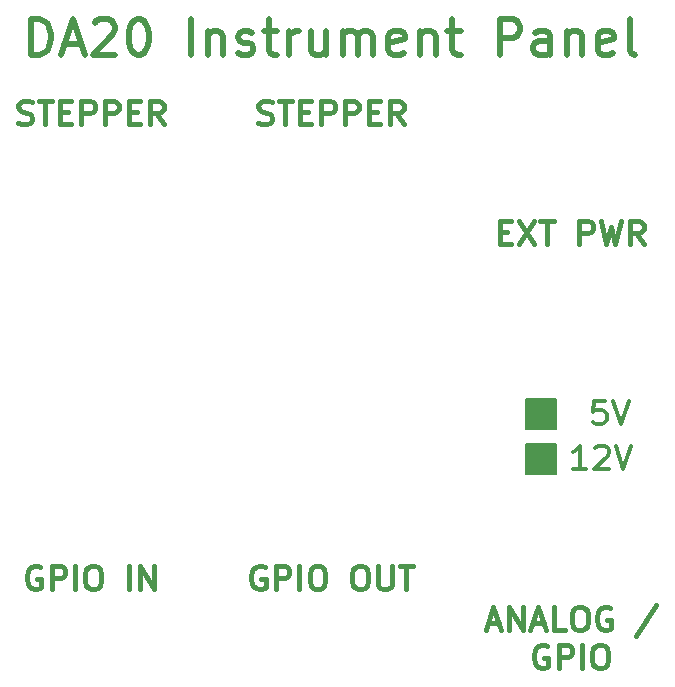
<source format=gto>
G04 #@! TF.GenerationSoftware,KiCad,Pcbnew,(6.0.9-0)*
G04 #@! TF.CreationDate,2023-02-07T08:35:36+01:00*
G04 #@! TF.ProjectId,fp_da20_panel,66705f64-6132-4305-9f70-616e656c2e6b,A*
G04 #@! TF.SameCoordinates,Original*
G04 #@! TF.FileFunction,Legend,Top*
G04 #@! TF.FilePolarity,Positive*
%FSLAX46Y46*%
G04 Gerber Fmt 4.6, Leading zero omitted, Abs format (unit mm)*
G04 Created by KiCad (PCBNEW (6.0.9-0)) date 2023-02-07 08:35:36*
%MOMM*%
%LPD*%
G01*
G04 APERTURE LIST*
%ADD10C,0.150000*%
%ADD11C,0.300000*%
%ADD12C,0.500000*%
%ADD13C,0.400000*%
%ADD14C,5.600000*%
%ADD15C,5.000000*%
G04 APERTURE END LIST*
D10*
X102870000Y-81280000D02*
X105410000Y-81280000D01*
X105410000Y-81280000D02*
X105410000Y-83820000D01*
X105410000Y-83820000D02*
X102870000Y-83820000D01*
X102870000Y-83820000D02*
X102870000Y-81280000D01*
G36*
X102870000Y-81280000D02*
G01*
X105410000Y-81280000D01*
X105410000Y-83820000D01*
X102870000Y-83820000D01*
X102870000Y-81280000D01*
G37*
X102870000Y-77470000D02*
X105410000Y-77470000D01*
X105410000Y-77470000D02*
X105410000Y-80010000D01*
X105410000Y-80010000D02*
X102870000Y-80010000D01*
X102870000Y-80010000D02*
X102870000Y-77470000D01*
G36*
X102870000Y-77470000D02*
G01*
X105410000Y-77470000D01*
X105410000Y-80010000D01*
X102870000Y-80010000D01*
X102870000Y-77470000D01*
G37*
D11*
X107981904Y-83454761D02*
X106839047Y-83454761D01*
X107410476Y-83454761D02*
X107410476Y-81454761D01*
X107220000Y-81740476D01*
X107029523Y-81930952D01*
X106839047Y-82026190D01*
X108743809Y-81645238D02*
X108839047Y-81550000D01*
X109029523Y-81454761D01*
X109505714Y-81454761D01*
X109696190Y-81550000D01*
X109791428Y-81645238D01*
X109886666Y-81835714D01*
X109886666Y-82026190D01*
X109791428Y-82311904D01*
X108648571Y-83454761D01*
X109886666Y-83454761D01*
X110458095Y-81454761D02*
X111124761Y-83454761D01*
X111791428Y-81454761D01*
D12*
X60931428Y-48347142D02*
X60931428Y-45347142D01*
X61645714Y-45347142D01*
X62074285Y-45490000D01*
X62359999Y-45775714D01*
X62502857Y-46061428D01*
X62645714Y-46632857D01*
X62645714Y-47061428D01*
X62502857Y-47632857D01*
X62359999Y-47918571D01*
X62074285Y-48204285D01*
X61645714Y-48347142D01*
X60931428Y-48347142D01*
X63788571Y-47490000D02*
X65217142Y-47490000D01*
X63502857Y-48347142D02*
X64502857Y-45347142D01*
X65502857Y-48347142D01*
X66359999Y-45632857D02*
X66502857Y-45490000D01*
X66788571Y-45347142D01*
X67502857Y-45347142D01*
X67788571Y-45490000D01*
X67931428Y-45632857D01*
X68074285Y-45918571D01*
X68074285Y-46204285D01*
X67931428Y-46632857D01*
X66217142Y-48347142D01*
X68074285Y-48347142D01*
X69931428Y-45347142D02*
X70217142Y-45347142D01*
X70502857Y-45490000D01*
X70645714Y-45632857D01*
X70788571Y-45918571D01*
X70931428Y-46490000D01*
X70931428Y-47204285D01*
X70788571Y-47775714D01*
X70645714Y-48061428D01*
X70502857Y-48204285D01*
X70217142Y-48347142D01*
X69931428Y-48347142D01*
X69645714Y-48204285D01*
X69502857Y-48061428D01*
X69360000Y-47775714D01*
X69217142Y-47204285D01*
X69217142Y-46490000D01*
X69360000Y-45918571D01*
X69502857Y-45632857D01*
X69645714Y-45490000D01*
X69931428Y-45347142D01*
X74502857Y-48347142D02*
X74502857Y-45347142D01*
X75931428Y-46347142D02*
X75931428Y-48347142D01*
X75931428Y-46632857D02*
X76074285Y-46490000D01*
X76360000Y-46347142D01*
X76788571Y-46347142D01*
X77074285Y-46490000D01*
X77217142Y-46775714D01*
X77217142Y-48347142D01*
X78502857Y-48204285D02*
X78788571Y-48347142D01*
X79360000Y-48347142D01*
X79645714Y-48204285D01*
X79788571Y-47918571D01*
X79788571Y-47775714D01*
X79645714Y-47490000D01*
X79360000Y-47347142D01*
X78931428Y-47347142D01*
X78645714Y-47204285D01*
X78502857Y-46918571D01*
X78502857Y-46775714D01*
X78645714Y-46490000D01*
X78931428Y-46347142D01*
X79360000Y-46347142D01*
X79645714Y-46490000D01*
X80645714Y-46347142D02*
X81788571Y-46347142D01*
X81074285Y-45347142D02*
X81074285Y-47918571D01*
X81217142Y-48204285D01*
X81502857Y-48347142D01*
X81788571Y-48347142D01*
X82788571Y-48347142D02*
X82788571Y-46347142D01*
X82788571Y-46918571D02*
X82931428Y-46632857D01*
X83074285Y-46490000D01*
X83360000Y-46347142D01*
X83645714Y-46347142D01*
X85931428Y-46347142D02*
X85931428Y-48347142D01*
X84645714Y-46347142D02*
X84645714Y-47918571D01*
X84788571Y-48204285D01*
X85074285Y-48347142D01*
X85502857Y-48347142D01*
X85788571Y-48204285D01*
X85931428Y-48061428D01*
X87359999Y-48347142D02*
X87359999Y-46347142D01*
X87359999Y-46632857D02*
X87502857Y-46490000D01*
X87788571Y-46347142D01*
X88217142Y-46347142D01*
X88502857Y-46490000D01*
X88645714Y-46775714D01*
X88645714Y-48347142D01*
X88645714Y-46775714D02*
X88788571Y-46490000D01*
X89074285Y-46347142D01*
X89502857Y-46347142D01*
X89788571Y-46490000D01*
X89931428Y-46775714D01*
X89931428Y-48347142D01*
X92502857Y-48204285D02*
X92217142Y-48347142D01*
X91645714Y-48347142D01*
X91359999Y-48204285D01*
X91217142Y-47918571D01*
X91217142Y-46775714D01*
X91359999Y-46490000D01*
X91645714Y-46347142D01*
X92217142Y-46347142D01*
X92502857Y-46490000D01*
X92645714Y-46775714D01*
X92645714Y-47061428D01*
X91217142Y-47347142D01*
X93931428Y-46347142D02*
X93931428Y-48347142D01*
X93931428Y-46632857D02*
X94074285Y-46490000D01*
X94360000Y-46347142D01*
X94788571Y-46347142D01*
X95074285Y-46490000D01*
X95217142Y-46775714D01*
X95217142Y-48347142D01*
X96217142Y-46347142D02*
X97359999Y-46347142D01*
X96645714Y-45347142D02*
X96645714Y-47918571D01*
X96788571Y-48204285D01*
X97074285Y-48347142D01*
X97359999Y-48347142D01*
X100645714Y-48347142D02*
X100645714Y-45347142D01*
X101788571Y-45347142D01*
X102074285Y-45490000D01*
X102217142Y-45632857D01*
X102359999Y-45918571D01*
X102359999Y-46347142D01*
X102217142Y-46632857D01*
X102074285Y-46775714D01*
X101788571Y-46918571D01*
X100645714Y-46918571D01*
X104931428Y-48347142D02*
X104931428Y-46775714D01*
X104788571Y-46490000D01*
X104502857Y-46347142D01*
X103931428Y-46347142D01*
X103645714Y-46490000D01*
X104931428Y-48204285D02*
X104645714Y-48347142D01*
X103931428Y-48347142D01*
X103645714Y-48204285D01*
X103502857Y-47918571D01*
X103502857Y-47632857D01*
X103645714Y-47347142D01*
X103931428Y-47204285D01*
X104645714Y-47204285D01*
X104931428Y-47061428D01*
X106360000Y-46347142D02*
X106360000Y-48347142D01*
X106360000Y-46632857D02*
X106502857Y-46490000D01*
X106788571Y-46347142D01*
X107217142Y-46347142D01*
X107502857Y-46490000D01*
X107645714Y-46775714D01*
X107645714Y-48347142D01*
X110217142Y-48204285D02*
X109931428Y-48347142D01*
X109360000Y-48347142D01*
X109074285Y-48204285D01*
X108931428Y-47918571D01*
X108931428Y-46775714D01*
X109074285Y-46490000D01*
X109360000Y-46347142D01*
X109931428Y-46347142D01*
X110217142Y-46490000D01*
X110360000Y-46775714D01*
X110360000Y-47061428D01*
X108931428Y-47347142D01*
X112074285Y-48347142D02*
X111788571Y-48204285D01*
X111645714Y-47918571D01*
X111645714Y-45347142D01*
D13*
X59897142Y-54149523D02*
X60182857Y-54244761D01*
X60659047Y-54244761D01*
X60849523Y-54149523D01*
X60944761Y-54054285D01*
X61040000Y-53863809D01*
X61040000Y-53673333D01*
X60944761Y-53482857D01*
X60849523Y-53387619D01*
X60659047Y-53292380D01*
X60278095Y-53197142D01*
X60087619Y-53101904D01*
X59992380Y-53006666D01*
X59897142Y-52816190D01*
X59897142Y-52625714D01*
X59992380Y-52435238D01*
X60087619Y-52340000D01*
X60278095Y-52244761D01*
X60754285Y-52244761D01*
X61040000Y-52340000D01*
X61611428Y-52244761D02*
X62754285Y-52244761D01*
X62182857Y-54244761D02*
X62182857Y-52244761D01*
X63420952Y-53197142D02*
X64087619Y-53197142D01*
X64373333Y-54244761D02*
X63420952Y-54244761D01*
X63420952Y-52244761D01*
X64373333Y-52244761D01*
X65230476Y-54244761D02*
X65230476Y-52244761D01*
X65992380Y-52244761D01*
X66182857Y-52340000D01*
X66278095Y-52435238D01*
X66373333Y-52625714D01*
X66373333Y-52911428D01*
X66278095Y-53101904D01*
X66182857Y-53197142D01*
X65992380Y-53292380D01*
X65230476Y-53292380D01*
X67230476Y-54244761D02*
X67230476Y-52244761D01*
X67992380Y-52244761D01*
X68182857Y-52340000D01*
X68278095Y-52435238D01*
X68373333Y-52625714D01*
X68373333Y-52911428D01*
X68278095Y-53101904D01*
X68182857Y-53197142D01*
X67992380Y-53292380D01*
X67230476Y-53292380D01*
X69230476Y-53197142D02*
X69897142Y-53197142D01*
X70182857Y-54244761D02*
X69230476Y-54244761D01*
X69230476Y-52244761D01*
X70182857Y-52244761D01*
X72182857Y-54244761D02*
X71516190Y-53292380D01*
X71040000Y-54244761D02*
X71040000Y-52244761D01*
X71801904Y-52244761D01*
X71992380Y-52340000D01*
X72087619Y-52435238D01*
X72182857Y-52625714D01*
X72182857Y-52911428D01*
X72087619Y-53101904D01*
X71992380Y-53197142D01*
X71801904Y-53292380D01*
X71040000Y-53292380D01*
X61754285Y-91710000D02*
X61563809Y-91614761D01*
X61278095Y-91614761D01*
X60992380Y-91710000D01*
X60801904Y-91900476D01*
X60706666Y-92090952D01*
X60611428Y-92471904D01*
X60611428Y-92757619D01*
X60706666Y-93138571D01*
X60801904Y-93329047D01*
X60992380Y-93519523D01*
X61278095Y-93614761D01*
X61468571Y-93614761D01*
X61754285Y-93519523D01*
X61849523Y-93424285D01*
X61849523Y-92757619D01*
X61468571Y-92757619D01*
X62706666Y-93614761D02*
X62706666Y-91614761D01*
X63468571Y-91614761D01*
X63659047Y-91710000D01*
X63754285Y-91805238D01*
X63849523Y-91995714D01*
X63849523Y-92281428D01*
X63754285Y-92471904D01*
X63659047Y-92567142D01*
X63468571Y-92662380D01*
X62706666Y-92662380D01*
X64706666Y-93614761D02*
X64706666Y-91614761D01*
X66040000Y-91614761D02*
X66420952Y-91614761D01*
X66611428Y-91710000D01*
X66801904Y-91900476D01*
X66897142Y-92281428D01*
X66897142Y-92948095D01*
X66801904Y-93329047D01*
X66611428Y-93519523D01*
X66420952Y-93614761D01*
X66040000Y-93614761D01*
X65849523Y-93519523D01*
X65659047Y-93329047D01*
X65563809Y-92948095D01*
X65563809Y-92281428D01*
X65659047Y-91900476D01*
X65849523Y-91710000D01*
X66040000Y-91614761D01*
X69278095Y-93614761D02*
X69278095Y-91614761D01*
X70230476Y-93614761D02*
X70230476Y-91614761D01*
X71373333Y-93614761D01*
X71373333Y-91614761D01*
D11*
X109600952Y-77644761D02*
X108648571Y-77644761D01*
X108553333Y-78597142D01*
X108648571Y-78501904D01*
X108839047Y-78406666D01*
X109315238Y-78406666D01*
X109505714Y-78501904D01*
X109600952Y-78597142D01*
X109696190Y-78787619D01*
X109696190Y-79263809D01*
X109600952Y-79454285D01*
X109505714Y-79549523D01*
X109315238Y-79644761D01*
X108839047Y-79644761D01*
X108648571Y-79549523D01*
X108553333Y-79454285D01*
X110267619Y-77644761D02*
X110934285Y-79644761D01*
X111600952Y-77644761D01*
D13*
X80740952Y-91710000D02*
X80550476Y-91614761D01*
X80264761Y-91614761D01*
X79979047Y-91710000D01*
X79788571Y-91900476D01*
X79693333Y-92090952D01*
X79598095Y-92471904D01*
X79598095Y-92757619D01*
X79693333Y-93138571D01*
X79788571Y-93329047D01*
X79979047Y-93519523D01*
X80264761Y-93614761D01*
X80455238Y-93614761D01*
X80740952Y-93519523D01*
X80836190Y-93424285D01*
X80836190Y-92757619D01*
X80455238Y-92757619D01*
X81693333Y-93614761D02*
X81693333Y-91614761D01*
X82455238Y-91614761D01*
X82645714Y-91710000D01*
X82740952Y-91805238D01*
X82836190Y-91995714D01*
X82836190Y-92281428D01*
X82740952Y-92471904D01*
X82645714Y-92567142D01*
X82455238Y-92662380D01*
X81693333Y-92662380D01*
X83693333Y-93614761D02*
X83693333Y-91614761D01*
X85026666Y-91614761D02*
X85407619Y-91614761D01*
X85598095Y-91710000D01*
X85788571Y-91900476D01*
X85883809Y-92281428D01*
X85883809Y-92948095D01*
X85788571Y-93329047D01*
X85598095Y-93519523D01*
X85407619Y-93614761D01*
X85026666Y-93614761D01*
X84836190Y-93519523D01*
X84645714Y-93329047D01*
X84550476Y-92948095D01*
X84550476Y-92281428D01*
X84645714Y-91900476D01*
X84836190Y-91710000D01*
X85026666Y-91614761D01*
X88645714Y-91614761D02*
X89026666Y-91614761D01*
X89217142Y-91710000D01*
X89407619Y-91900476D01*
X89502857Y-92281428D01*
X89502857Y-92948095D01*
X89407619Y-93329047D01*
X89217142Y-93519523D01*
X89026666Y-93614761D01*
X88645714Y-93614761D01*
X88455238Y-93519523D01*
X88264761Y-93329047D01*
X88169523Y-92948095D01*
X88169523Y-92281428D01*
X88264761Y-91900476D01*
X88455238Y-91710000D01*
X88645714Y-91614761D01*
X90360000Y-91614761D02*
X90360000Y-93233809D01*
X90455238Y-93424285D01*
X90550476Y-93519523D01*
X90740952Y-93614761D01*
X91121904Y-93614761D01*
X91312380Y-93519523D01*
X91407619Y-93424285D01*
X91502857Y-93233809D01*
X91502857Y-91614761D01*
X92169523Y-91614761D02*
X93312380Y-91614761D01*
X92740952Y-93614761D02*
X92740952Y-91614761D01*
X99632380Y-96513333D02*
X100584761Y-96513333D01*
X99441904Y-97084761D02*
X100108571Y-95084761D01*
X100775238Y-97084761D01*
X101441904Y-97084761D02*
X101441904Y-95084761D01*
X102584761Y-97084761D01*
X102584761Y-95084761D01*
X103441904Y-96513333D02*
X104394285Y-96513333D01*
X103251428Y-97084761D02*
X103918095Y-95084761D01*
X104584761Y-97084761D01*
X106203809Y-97084761D02*
X105251428Y-97084761D01*
X105251428Y-95084761D01*
X107251428Y-95084761D02*
X107632380Y-95084761D01*
X107822857Y-95180000D01*
X108013333Y-95370476D01*
X108108571Y-95751428D01*
X108108571Y-96418095D01*
X108013333Y-96799047D01*
X107822857Y-96989523D01*
X107632380Y-97084761D01*
X107251428Y-97084761D01*
X107060952Y-96989523D01*
X106870476Y-96799047D01*
X106775238Y-96418095D01*
X106775238Y-95751428D01*
X106870476Y-95370476D01*
X107060952Y-95180000D01*
X107251428Y-95084761D01*
X110013333Y-95180000D02*
X109822857Y-95084761D01*
X109537142Y-95084761D01*
X109251428Y-95180000D01*
X109060952Y-95370476D01*
X108965714Y-95560952D01*
X108870476Y-95941904D01*
X108870476Y-96227619D01*
X108965714Y-96608571D01*
X109060952Y-96799047D01*
X109251428Y-96989523D01*
X109537142Y-97084761D01*
X109727619Y-97084761D01*
X110013333Y-96989523D01*
X110108571Y-96894285D01*
X110108571Y-96227619D01*
X109727619Y-96227619D01*
X113918095Y-94989523D02*
X112203809Y-97560952D01*
X104680000Y-98400000D02*
X104489523Y-98304761D01*
X104203809Y-98304761D01*
X103918095Y-98400000D01*
X103727619Y-98590476D01*
X103632380Y-98780952D01*
X103537142Y-99161904D01*
X103537142Y-99447619D01*
X103632380Y-99828571D01*
X103727619Y-100019047D01*
X103918095Y-100209523D01*
X104203809Y-100304761D01*
X104394285Y-100304761D01*
X104680000Y-100209523D01*
X104775238Y-100114285D01*
X104775238Y-99447619D01*
X104394285Y-99447619D01*
X105632380Y-100304761D02*
X105632380Y-98304761D01*
X106394285Y-98304761D01*
X106584761Y-98400000D01*
X106680000Y-98495238D01*
X106775238Y-98685714D01*
X106775238Y-98971428D01*
X106680000Y-99161904D01*
X106584761Y-99257142D01*
X106394285Y-99352380D01*
X105632380Y-99352380D01*
X107632380Y-100304761D02*
X107632380Y-98304761D01*
X108965714Y-98304761D02*
X109346666Y-98304761D01*
X109537142Y-98400000D01*
X109727619Y-98590476D01*
X109822857Y-98971428D01*
X109822857Y-99638095D01*
X109727619Y-100019047D01*
X109537142Y-100209523D01*
X109346666Y-100304761D01*
X108965714Y-100304761D01*
X108775238Y-100209523D01*
X108584761Y-100019047D01*
X108489523Y-99638095D01*
X108489523Y-98971428D01*
X108584761Y-98590476D01*
X108775238Y-98400000D01*
X108965714Y-98304761D01*
X80217142Y-54149523D02*
X80502857Y-54244761D01*
X80979047Y-54244761D01*
X81169523Y-54149523D01*
X81264761Y-54054285D01*
X81360000Y-53863809D01*
X81360000Y-53673333D01*
X81264761Y-53482857D01*
X81169523Y-53387619D01*
X80979047Y-53292380D01*
X80598095Y-53197142D01*
X80407619Y-53101904D01*
X80312380Y-53006666D01*
X80217142Y-52816190D01*
X80217142Y-52625714D01*
X80312380Y-52435238D01*
X80407619Y-52340000D01*
X80598095Y-52244761D01*
X81074285Y-52244761D01*
X81360000Y-52340000D01*
X81931428Y-52244761D02*
X83074285Y-52244761D01*
X82502857Y-54244761D02*
X82502857Y-52244761D01*
X83740952Y-53197142D02*
X84407619Y-53197142D01*
X84693333Y-54244761D02*
X83740952Y-54244761D01*
X83740952Y-52244761D01*
X84693333Y-52244761D01*
X85550476Y-54244761D02*
X85550476Y-52244761D01*
X86312380Y-52244761D01*
X86502857Y-52340000D01*
X86598095Y-52435238D01*
X86693333Y-52625714D01*
X86693333Y-52911428D01*
X86598095Y-53101904D01*
X86502857Y-53197142D01*
X86312380Y-53292380D01*
X85550476Y-53292380D01*
X87550476Y-54244761D02*
X87550476Y-52244761D01*
X88312380Y-52244761D01*
X88502857Y-52340000D01*
X88598095Y-52435238D01*
X88693333Y-52625714D01*
X88693333Y-52911428D01*
X88598095Y-53101904D01*
X88502857Y-53197142D01*
X88312380Y-53292380D01*
X87550476Y-53292380D01*
X89550476Y-53197142D02*
X90217142Y-53197142D01*
X90502857Y-54244761D02*
X89550476Y-54244761D01*
X89550476Y-52244761D01*
X90502857Y-52244761D01*
X92502857Y-54244761D02*
X91836190Y-53292380D01*
X91360000Y-54244761D02*
X91360000Y-52244761D01*
X92121904Y-52244761D01*
X92312380Y-52340000D01*
X92407619Y-52435238D01*
X92502857Y-52625714D01*
X92502857Y-52911428D01*
X92407619Y-53101904D01*
X92312380Y-53197142D01*
X92121904Y-53292380D01*
X91360000Y-53292380D01*
X100632380Y-63357142D02*
X101299047Y-63357142D01*
X101584761Y-64404761D02*
X100632380Y-64404761D01*
X100632380Y-62404761D01*
X101584761Y-62404761D01*
X102251428Y-62404761D02*
X103584761Y-64404761D01*
X103584761Y-62404761D02*
X102251428Y-64404761D01*
X104060952Y-62404761D02*
X105203809Y-62404761D01*
X104632380Y-64404761D02*
X104632380Y-62404761D01*
X107394285Y-64404761D02*
X107394285Y-62404761D01*
X108156190Y-62404761D01*
X108346666Y-62500000D01*
X108441904Y-62595238D01*
X108537142Y-62785714D01*
X108537142Y-63071428D01*
X108441904Y-63261904D01*
X108346666Y-63357142D01*
X108156190Y-63452380D01*
X107394285Y-63452380D01*
X109203809Y-62404761D02*
X109680000Y-64404761D01*
X110060952Y-62976190D01*
X110441904Y-64404761D01*
X110918095Y-62404761D01*
X112822857Y-64404761D02*
X112156190Y-63452380D01*
X111680000Y-64404761D02*
X111680000Y-62404761D01*
X112441904Y-62404761D01*
X112632380Y-62500000D01*
X112727619Y-62595238D01*
X112822857Y-62785714D01*
X112822857Y-63071428D01*
X112727619Y-63261904D01*
X112632380Y-63357142D01*
X112441904Y-63452380D01*
X111680000Y-63452380D01*
%LPC*%
D14*
X109220000Y-40350000D03*
X63500000Y-40350000D03*
X109220000Y-162850000D03*
D15*
X86360000Y-83620000D03*
X86360000Y-58620000D03*
D14*
X63500000Y-162850000D03*
D15*
X66040000Y-145420000D03*
X66040000Y-98420000D03*
X106680000Y-138520000D03*
X106680000Y-105320000D03*
X86360000Y-145420000D03*
X86360000Y-98420000D03*
X66040000Y-58620000D03*
X66040000Y-83620000D03*
M02*

</source>
